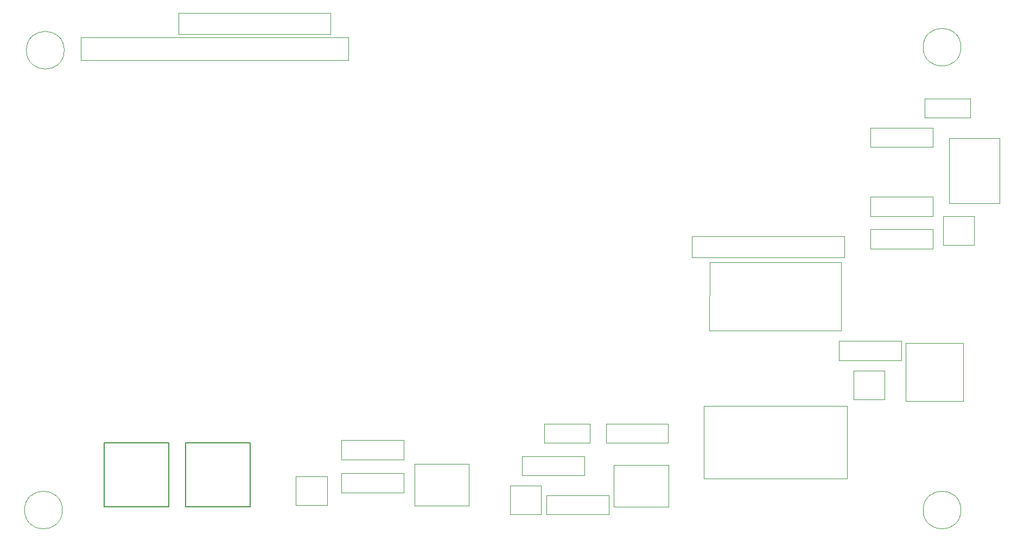
<source format=gbr>
%TF.GenerationSoftware,KiCad,Pcbnew,7.0.10*%
%TF.CreationDate,2024-03-20T17:52:35-07:00*%
%TF.ProjectId,hd44780_tutorial,68643434-3738-4305-9f74-75746f726961,1.1*%
%TF.SameCoordinates,Original*%
%TF.FileFunction,Other,User*%
%FSLAX46Y46*%
G04 Gerber Fmt 4.6, Leading zero omitted, Abs format (unit mm)*
G04 Created by KiCad (PCBNEW 7.0.10) date 2024-03-20 17:52:35*
%MOMM*%
%LPD*%
G01*
G04 APERTURE LIST*
%ADD10C,0.050000*%
%ADD11C,0.152400*%
%ADD12C,0.100000*%
G04 APERTURE END LIST*
D10*
%TO.C,J2*%
X218486000Y-66175000D02*
X210586000Y-66175000D01*
X210586000Y-66175000D02*
X210586000Y-76315000D01*
X218486000Y-76315000D02*
X218486000Y-66175000D01*
X210586000Y-76315000D02*
X218486000Y-76315000D01*
%TO.C,SW1*%
X127190000Y-117055000D02*
X127190000Y-123555000D01*
X127190000Y-123555000D02*
X135700000Y-123555000D01*
X135700000Y-117055000D02*
X127190000Y-117055000D01*
X135700000Y-123555000D02*
X135700000Y-117055000D01*
%TO.C,R4*%
X143984000Y-115848000D02*
X143984000Y-118848000D01*
X143984000Y-118848000D02*
X153704000Y-118848000D01*
X153704000Y-115848000D02*
X143984000Y-115848000D01*
X153704000Y-118848000D02*
X153704000Y-115848000D01*
D11*
%TO.C,RV1*%
X78803500Y-113715800D02*
X88836500Y-113715800D01*
X78803500Y-123748800D02*
X78803500Y-113715800D01*
X88836500Y-113715800D02*
X88836500Y-123748800D01*
X88836500Y-123748800D02*
X78803500Y-123748800D01*
D10*
%TO.C,R2*%
X166785000Y-113768000D02*
X166785000Y-110768000D01*
X166785000Y-110768000D02*
X157065000Y-110768000D01*
X157065000Y-113768000D02*
X166785000Y-113768000D01*
X157065000Y-110768000D02*
X157065000Y-113768000D01*
%TO.C,C1*%
X154575000Y-113768000D02*
X154575000Y-110768000D01*
X154575000Y-110768000D02*
X147475000Y-110768000D01*
X147475000Y-113768000D02*
X154575000Y-113768000D01*
X147475000Y-110768000D02*
X147475000Y-113768000D01*
%TO.C,D1*%
X108700000Y-119035000D02*
X108700000Y-123535000D01*
X108700000Y-123535000D02*
X113550000Y-123535000D01*
X113550000Y-119035000D02*
X108700000Y-119035000D01*
X113550000Y-123535000D02*
X113550000Y-119035000D01*
%TO.C,D4*%
X209670000Y-78395000D02*
X209670000Y-82895000D01*
X209670000Y-82895000D02*
X214520000Y-82895000D01*
X214520000Y-78395000D02*
X209670000Y-78395000D01*
X214520000Y-82895000D02*
X214520000Y-78395000D01*
%TO.C,RN2*%
X114095000Y-49910000D02*
X114095000Y-46610000D01*
X114095000Y-46610000D02*
X90345000Y-46610000D01*
X90345000Y-49910000D02*
X114095000Y-49910000D01*
X90345000Y-46610000D02*
X90345000Y-49910000D01*
%TO.C,J1*%
X75136600Y-53971600D02*
X75136600Y-50421600D01*
X116836600Y-53971600D02*
X75136600Y-53971600D01*
X75136600Y-50421600D02*
X116836600Y-50421600D01*
X116836600Y-50421600D02*
X116836600Y-53971600D01*
%TO.C,SW2*%
X158305000Y-117240000D02*
X158305000Y-123740000D01*
X158305000Y-123740000D02*
X166815000Y-123740000D01*
X166815000Y-117240000D02*
X158305000Y-117240000D01*
X166815000Y-123740000D02*
X166815000Y-117240000D01*
%TO.C,C2*%
X213862000Y-62968000D02*
X213862000Y-59968000D01*
X213862000Y-59968000D02*
X206762000Y-59968000D01*
X206762000Y-62968000D02*
X213862000Y-62968000D01*
X206762000Y-59968000D02*
X206762000Y-62968000D01*
%TO.C,H2*%
X212450000Y-51960000D02*
G75*
G03*
X206550000Y-51960000I-2950000J0D01*
G01*
X206550000Y-51960000D02*
G75*
G03*
X212450000Y-51960000I2950000J0D01*
G01*
%TO.C,H1*%
X72540000Y-52430000D02*
G75*
G03*
X66640000Y-52430000I-2950000J0D01*
G01*
X66640000Y-52430000D02*
G75*
G03*
X72540000Y-52430000I2950000J0D01*
G01*
%TO.C,D3*%
X173181400Y-96194800D02*
X193781400Y-96194800D01*
X173181400Y-96194800D02*
X173281400Y-85534800D01*
X193781400Y-96194800D02*
X193781400Y-85534800D01*
X173281400Y-85534800D02*
X193781400Y-85534800D01*
%TO.C,D2*%
X146946000Y-124944000D02*
X146946000Y-120444000D01*
X146946000Y-120444000D02*
X142096000Y-120444000D01*
X142096000Y-124944000D02*
X146946000Y-124944000D01*
X142096000Y-120444000D02*
X142096000Y-124944000D01*
%TO.C,R1*%
X125510000Y-121515000D02*
X125510000Y-118515000D01*
X125510000Y-118515000D02*
X115790000Y-118515000D01*
X115790000Y-121515000D02*
X125510000Y-121515000D01*
X115790000Y-118515000D02*
X115790000Y-121515000D01*
%TO.C,R5*%
X193430000Y-97870000D02*
X193430000Y-100870000D01*
X193430000Y-100870000D02*
X203150000Y-100870000D01*
X203150000Y-97870000D02*
X193430000Y-97870000D01*
X203150000Y-100870000D02*
X203150000Y-97870000D01*
%TO.C,D6*%
X195700000Y-102525000D02*
X195700000Y-107025000D01*
X195700000Y-107025000D02*
X200550000Y-107025000D01*
X200550000Y-102525000D02*
X195700000Y-102525000D01*
X200550000Y-107025000D02*
X200550000Y-102525000D01*
%TO.C,R8*%
X208060000Y-67540000D02*
X208060000Y-64540000D01*
X208060000Y-64540000D02*
X198340000Y-64540000D01*
X198340000Y-67540000D02*
X208060000Y-67540000D01*
X198340000Y-64540000D02*
X198340000Y-67540000D01*
%TO.C,H4*%
X72250000Y-124260000D02*
G75*
G03*
X66350000Y-124260000I-2950000J0D01*
G01*
X66350000Y-124260000D02*
G75*
G03*
X72250000Y-124260000I2950000J0D01*
G01*
D11*
%TO.C,RV2*%
X91503500Y-113715800D02*
X101536500Y-113715800D01*
X91503500Y-123748800D02*
X91503500Y-113715800D01*
X101536500Y-113715800D02*
X101536500Y-123748800D01*
X101536500Y-123748800D02*
X91503500Y-123748800D01*
D10*
%TO.C,H3*%
X212450000Y-124260000D02*
G75*
G03*
X206550000Y-124260000I-2950000J0D01*
G01*
X206550000Y-124260000D02*
G75*
G03*
X212450000Y-124260000I2950000J0D01*
G01*
%TO.C,SW3*%
X172315000Y-108015000D02*
X194715000Y-108015000D01*
X172315000Y-119315000D02*
X172315000Y-108015000D01*
X194715000Y-108015000D02*
X194715000Y-119315000D01*
X194715000Y-119315000D02*
X172315000Y-119315000D01*
%TO.C,R9*%
X147794000Y-121944000D02*
X147794000Y-124944000D01*
X147794000Y-124944000D02*
X157514000Y-124944000D01*
X157514000Y-121944000D02*
X147794000Y-121944000D01*
X157514000Y-124944000D02*
X157514000Y-121944000D01*
%TO.C,R7*%
X208060000Y-78335000D02*
X208060000Y-75335000D01*
X208060000Y-75335000D02*
X198340000Y-75335000D01*
X198340000Y-78335000D02*
X208060000Y-78335000D01*
X198340000Y-75335000D02*
X198340000Y-78335000D01*
%TO.C,R3*%
X115790000Y-113355000D02*
X115790000Y-116355000D01*
X115790000Y-116355000D02*
X125510000Y-116355000D01*
X125510000Y-113355000D02*
X115790000Y-113355000D01*
X125510000Y-116355000D02*
X125510000Y-113355000D01*
%TO.C,RN1*%
X170474600Y-81514400D02*
X170474600Y-84814400D01*
X170474600Y-84814400D02*
X194224600Y-84814400D01*
X194224600Y-81514400D02*
X170474600Y-81514400D01*
X194224600Y-84814400D02*
X194224600Y-81514400D01*
%TO.C,R6*%
X198340000Y-80415000D02*
X198340000Y-83415000D01*
X198340000Y-83415000D02*
X208060000Y-83415000D01*
X208060000Y-80415000D02*
X198340000Y-80415000D01*
X208060000Y-83415000D02*
X208060000Y-80415000D01*
D12*
%TO.C,S1*%
X203820000Y-98200000D02*
X212820000Y-98200000D01*
X203820000Y-107200000D02*
X203820000Y-98200000D01*
X212820000Y-98200000D02*
X212820000Y-107200000D01*
X212820000Y-107200000D02*
X203820000Y-107200000D01*
%TD*%
M02*

</source>
